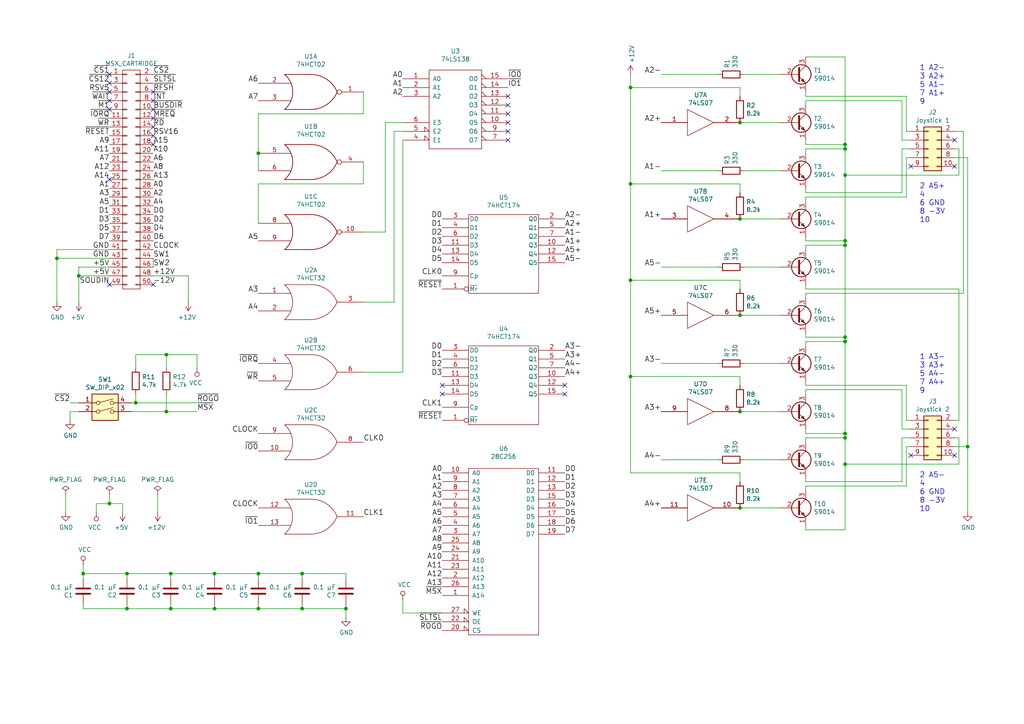
<source format=kicad_sch>
(kicad_sch (version 20231120) (generator "eeschema") (generator_version "8.0")
  (paper "A4")
  (title_block (title "Carte SVI-2017") (date "2024-07-23") (rev "1.1") (comment 1 "© 2017-2024 Patrick Lafarguette") (comment 2 "ROGO et PIO (ROM désactivable)") (comment 3 "Compatible MSX/MSX 2 (sélection de ROM)") (comment 4 "Interface pour Robotarm SVI 2000"))
  (lib_symbols
    (symbol "SVI2017:+12V" (power) (pin_names (offset 0))
      (property "Value" "+12V" (at 0 3.556 0))
      (symbol "+12V_1_1"
        (pin power_in line (at 0 0 90) (length 0) hide (name "+12V") (number "1"))
      )
    )
    (symbol "SVI2017:+5V" (power) (pin_names (offset 0))
      (property "Value" "+5V" (at 0 3.556 0))
      (symbol "+5V_1_1"
        (pin power_in line (at 0 0 90) (length 0) hide (name "+5V") (number "1"))
      )
    )
    (symbol "SVI2017:28C256" (pin_names (offset 1.016))
      (property "Reference" "U" (at 5.08 25.4 0))
      (property "Value" "28C256" (at 7.62 -25.4 0))
      (symbol "28C256_0_0"
        (pin power_in line (at 0 -25.4 90) (length 1.27) hide (name "GND") (number "14"))
        (pin power_in line (at 0 25.4 270) (length 1.27) hide (name "VCC") (number "28"))
      )
      (symbol "28C256_1_1"
        (pin input line (at -17.78 -12.7 0) (length 7.62) (name "A14") (number "1"))
        (pin input line (at -17.78 22.86 0) (length 7.62) (name "A0") (number "10"))
        (pin tri_state line (at 17.78 22.86 180) (length 7.62) (name "D0") (number "11"))
        (pin tri_state line (at 17.78 20.32 180) (length 7.62) (name "D1") (number "12"))
        (pin tri_state line (at 17.78 17.78 180) (length 7.62) (name "D2") (number "13"))
        (pin tri_state line (at 17.78 15.24 180) (length 7.62) (name "D3") (number "15"))
        (pin tri_state line (at 17.78 12.7 180) (length 7.62) (name "D4") (number "16"))
        (pin tri_state line (at 17.78 10.16 180) (length 7.62) (name "D5") (number "17"))
        (pin tri_state line (at 17.78 7.62 180) (length 7.62) (name "D6") (number "18"))
        (pin tri_state line (at 17.78 5.08 180) (length 7.62) (name "D7") (number "19"))
        (pin input line (at -17.78 -7.62 0) (length 7.62) (name "A12") (number "2"))
        (pin input input_low (at -17.78 -22.86 0) (length 7.62) (name "CS") (number "20"))
        (pin input line (at -17.78 -2.54 0) (length 7.62) (name "A10") (number "21"))
        (pin input input_low (at -17.78 -20.32 0) (length 7.62) (name "OE") (number "22"))
        (pin input line (at -17.78 -5.08 0) (length 7.62) (name "A11") (number "23"))
        (pin input line (at -17.78 0 0) (length 7.62) (name "A9") (number "24"))
        (pin input line (at -17.78 2.54 0) (length 7.62) (name "A8") (number "25"))
        (pin input line (at -17.78 -10.16 0) (length 7.62) (name "A13") (number "26"))
        (pin input input_low (at -17.78 -17.78 0) (length 7.62) (name "WE") (number "27"))
        (pin input line (at -17.78 5.08 0) (length 7.62) (name "A7") (number "3"))
        (pin input line (at -17.78 7.62 0) (length 7.62) (name "A6") (number "4"))
        (pin input line (at -17.78 10.16 0) (length 7.62) (name "A5") (number "5"))
        (pin input line (at -17.78 12.7 0) (length 7.62) (name "A4") (number "6"))
        (pin input line (at -17.78 15.24 0) (length 7.62) (name "A3") (number "7"))
        (pin input line (at -17.78 17.78 0) (length 7.62) (name "A2") (number "8"))
        (pin input line (at -17.78 20.32 0) (length 7.62) (name "A1") (number "9"))
      )
    )
    (symbol "SVI2017:74HCT02" (pin_names (offset 0.762))
      (property "Reference" "U" (at 0 1.27 0))
      (property "Value" "74HCT02" (at 1.27 -1.27 0))
      (symbol "74HCT02_0_0"
        (pin power_in line (at -5.08 5.08 270) (length 0) hide (name "VCC") (number "14"))
        (pin power_in line (at -5.08 -5.08 90) (length 0) hide (name "GND") (number "7"))
      )
      (symbol "74HCT02_1_1"
        (pin output inverted (at 15.24 0 180) (length 7.62) (name "~") (number "1"))
        (pin input line (at -15.24 2.54 0) (length 9.398) (name "~") (number "2"))
        (pin input line (at -15.24 -2.54 0) (length 9.398) (name "~") (number "3"))
      )
      (symbol "74HCT02_1_2"
        (pin output line (at 15.24 0 180) (length 7.62) (name "~") (number "1"))
        (pin input inverted (at -15.24 2.54 0) (length 7.62) (name "~") (number "2"))
        (pin input inverted (at -15.24 -2.54 0) (length 7.62) (name "~") (number "3"))
      )
      (symbol "74HCT02_2_1"
        (pin output inverted (at 15.24 0 180) (length 7.62) (name "~") (number "4"))
        (pin input line (at -15.24 2.54 0) (length 9.398) (name "~") (number "5"))
        (pin input line (at -15.24 -2.54 0) (length 9.398) (name "~") (number "6"))
      )
      (symbol "74HCT02_2_2"
        (pin output line (at 15.24 0 180) (length 7.62) (name "~") (number "4"))
        (pin input inverted (at -15.24 2.54 0) (length 7.62) (name "~") (number "5"))
        (pin input inverted (at -15.24 -2.54 0) (length 7.62) (name "~") (number "6"))
      )
      (symbol "74HCT02_3_1"
        (pin output inverted (at 15.24 0 180) (length 7.62) (name "~") (number "10"))
        (pin input line (at -15.24 2.54 0) (length 9.398) (name "~") (number "8"))
        (pin input line (at -15.24 -2.54 0) (length 9.398) (name "~") (number "9"))
      )
      (symbol "74HCT02_3_2"
        (pin output line (at 15.24 0 180) (length 7.62) (name "~") (number "10"))
        (pin input inverted (at -15.24 2.54 0) (length 7.62) (name "~") (number "8"))
        (pin input inverted (at -15.24 -2.54 0) (length 7.62) (name "~") (number "9"))
      )
      (symbol "74HCT02_4_1"
        (pin input line (at -15.24 2.54 0) (length 9.398) (name "~") (number "11"))
        (pin input line (at -15.24 -2.54 0) (length 9.398) (name "~") (number "12"))
        (pin output inverted (at 15.24 0 180) (length 7.62) (name "~") (number "13"))
      )
      (symbol "74HCT02_4_2"
        (pin input inverted (at -15.24 2.54 0) (length 7.62) (name "~") (number "11"))
        (pin input inverted (at -15.24 -2.54 0) (length 7.62) (name "~") (number "12"))
        (pin output line (at 15.24 0 180) (length 7.62) (name "~") (number "13"))
      )
    )
    (symbol "SVI2017:74HCT174" (pin_names (offset 0.254))
      (property "Reference" "U" (at 0 1.27 0))
      (property "Value" "74HCT174" (at 0 -3.81 0))
      (symbol "74HCT174_0_0"
        (pin power_in line (at 0 11.43 270) (length 0) hide (name "VCC") (number "16"))
        (pin power_in line (at 0 -11.43 90) (length 0) hide (name "GND") (number "8"))
      )
      (symbol "74HCT174_1_1"
        (pin input inverted (at -17.78 -10.16 0) (length 7.62) (name "~{Mr}") (number "1"))
        (pin output line (at 17.78 2.54 180) (length 7.62) (name "Q3") (number "10"))
        (pin input line (at -17.78 2.54 0) (length 7.62) (name "D3") (number "11"))
        (pin output line (at 17.78 0 180) (length 7.62) (name "Q4") (number "12"))
        (pin input line (at -17.78 0 0) (length 7.62) (name "D4") (number "13"))
        (pin input line (at -17.78 -2.54 0) (length 7.62) (name "D5") (number "14"))
        (pin output line (at 17.78 -2.54 180) (length 7.62) (name "Q5") (number "15"))
        (pin output line (at 17.78 10.16 180) (length 7.62) (name "Q0") (number "2"))
        (pin input line (at -17.78 10.16 0) (length 7.62) (name "D0") (number "3"))
        (pin input line (at -17.78 7.62 0) (length 7.62) (name "D1") (number "4"))
        (pin output line (at 17.78 7.62 180) (length 7.62) (name "Q1") (number "5"))
        (pin input line (at -17.78 5.08 0) (length 7.62) (name "D2") (number "6"))
        (pin output line (at 17.78 5.08 180) (length 7.62) (name "Q2") (number "7"))
        (pin input line (at -17.78 -6.35 0) (length 7.62) (name "Cp") (number "9"))
      )
    )
    (symbol "SVI2017:74HCT32" (pin_names (offset 0.762))
      (property "Reference" "U" (at 0 1.27 0))
      (property "Value" "74HCT32" (at 0 -1.27 0))
      (symbol "74HCT32_0_0"
        (pin power_in line (at -5.08 5.08 90) (length 0) hide (name "VCC") (number "14"))
        (pin power_in line (at -5.08 -5.08 90) (length 0) hide (name "GND") (number "7"))
      )
      (symbol "74HCT32_1_1"
        (pin input line (at -15.24 2.54 0) (length 9.398) (name "~") (number "1"))
        (pin input line (at -15.24 -2.54 0) (length 9.398) (name "~") (number "2"))
        (pin output line (at 15.24 0 180) (length 7.62) (name "~") (number "3"))
      )
      (symbol "74HCT32_2_1"
        (pin input line (at -15.24 2.54 0) (length 9.398) (name "~") (number "4"))
        (pin input line (at -15.24 -2.54 0) (length 9.398) (name "~") (number "5"))
        (pin output line (at 15.24 0 180) (length 7.62) (name "~") (number "6"))
      )
      (symbol "74HCT32_3_1"
        (pin input line (at -15.24 -2.54 0) (length 9.398) (name "~") (number "10"))
        (pin output line (at 15.24 0 180) (length 7.62) (name "~") (number "8"))
        (pin input line (at -15.24 2.54 0) (length 9.398) (name "~") (number "9"))
      )
      (symbol "74HCT32_4_1"
        (pin output line (at 15.24 0 180) (length 7.62) (name "~") (number "11"))
        (pin input line (at -15.24 2.54 0) (length 9.398) (name "~") (number "12"))
        (pin input line (at -15.24 -2.54 0) (length 9.398) (name "~") (number "13"))
      )
    )
    (symbol "SVI2017:74LS07" (pin_names (offset 0.762))
      (property "Reference" "U" (at 4.953 2.921 0))
      (property "Value" "74LS07" (at 4.826 -3.175 0))
      (symbol "74LS07_0_0"
        (pin power_in line (at -1.27 2.54 90) (length 0) hide (name "VCC") (number "14"))
        (pin power_in line (at -1.27 -2.54 90) (length 0) hide (name "GND") (number "7"))
      )
      (symbol "74LS07_1_1"
        (pin input line (at -11.43 0 0) (length 7.62) (name "~") (number "1"))
        (pin open_collector line (at 11.43 0 180) (length 7.62) (name "~") (number "2"))
      )
      (symbol "74LS07_2_1"
        (pin input line (at -11.43 0 0) (length 7.62) (name "~") (number "3"))
        (pin open_collector line (at 11.43 0 180) (length 7.62) (name "~") (number "4"))
      )
      (symbol "74LS07_3_1"
        (pin input line (at -11.43 0 0) (length 7.62) (name "~") (number "5"))
        (pin open_collector line (at 11.43 0 180) (length 7.62) (name "~") (number "6"))
      )
      (symbol "74LS07_4_1"
        (pin open_collector line (at 11.43 0 180) (length 7.62) (name "~") (number "8"))
        (pin input line (at -11.43 0 0) (length 7.62) (name "~") (number "9"))
      )
      (symbol "74LS07_5_1"
        (pin open_collector line (at 11.43 0 180) (length 7.62) (name "~") (number "10"))
        (pin input line (at -11.43 0 0) (length 7.62) (name "~") (number "11"))
      )
      (symbol "74LS07_6_1"
        (pin open_collector line (at 11.43 0 180) (length 7.62) (name "~") (number "12"))
        (pin input line (at -11.43 0 0) (length 7.62) (name "~") (number "13"))
      )
    )
    (symbol "SVI2017:74LS138" (pin_names (offset 1.016))
      (property "Reference" "U" (at 2.54 12.7 0))
      (property "Value" "74LS138" (at 3.81 -13.9446 0))
      (symbol "74LS138_1_1"
        (pin input line (at -15.24 8.89 0) (length 7.62) (name "A0") (number "1"))
        (pin output output_low (at 15.24 -3.81 180) (length 7.62) (name "O5") (number "10"))
        (pin output output_low (at 15.24 -1.27 180) (length 7.62) (name "O4") (number "11"))
        (pin output output_low (at 15.24 1.27 180) (length 7.62) (name "O3") (number "12"))
        (pin output output_low (at 15.24 3.81 180) (length 7.62) (name "O2") (number "13"))
        (pin output output_low (at 15.24 6.35 180) (length 7.62) (name "O1") (number "14"))
        (pin output output_low (at 15.24 8.89 180) (length 7.62) (name "O0") (number "15"))
        (pin power_in line (at 0 11.43 270) (length 0) hide (name "VCC") (number "16"))
        (pin input line (at -15.24 6.35 0) (length 7.62) (name "A1") (number "2"))
        (pin input line (at -15.24 3.81 0) (length 7.62) (name "A2") (number "3"))
        (pin input input_low (at -15.24 -8.89 0) (length 7.62) (name "E1") (number "4"))
        (pin input input_low (at -15.24 -6.35 0) (length 7.62) (name "E2") (number "5"))
        (pin input line (at -15.24 -3.81 0) (length 7.62) (name "E3") (number "6"))
        (pin output output_low (at 15.24 -8.89 180) (length 7.62) (name "O7") (number "7"))
        (pin power_in line (at 0 -11.43 90) (length 0) hide (name "GND") (number "8"))
        (pin output output_low (at 15.24 -6.35 180) (length 7.62) (name "O6") (number "9"))
      )
    )
    (symbol "SVI2017:C" (pin_numbers hide) (pin_names (offset 0.254))
      (property "Reference" "C" (at 0.635 2.54 0))
      (property "Value" "C" (at 0.635 -2.54 0))
      (symbol "C_1_1"
        (pin passive line (at 0 3.81 270) (length 2.794) (name "~") (number "1"))
        (pin passive line (at 0 -3.81 90) (length 2.794) (name "~") (number "2"))
      )
    )
    (symbol "SVI2017:Conn_02x05_Odd_Even" (pin_names (offset 1.016) hide)
      (property "Reference" "J" (at 1.27 7.62 0))
      (property "Value" "Conn_02x05_Odd_Even" (at 1.27 -7.62 0))
      (symbol "Conn_02x05_Odd_Even_1_1"
        (pin passive line (at -5.08 5.08 0) (length 3.81) (name "Pin_1") (number "1"))
        (pin passive line (at 7.62 -5.08 180) (length 3.81) (name "Pin_10") (number "10"))
        (pin passive line (at 7.62 5.08 180) (length 3.81) (name "Pin_2") (number "2"))
        (pin passive line (at -5.08 2.54 0) (length 3.81) (name "Pin_3") (number "3"))
        (pin passive line (at 7.62 2.54 180) (length 3.81) (name "Pin_4") (number "4"))
        (pin passive line (at -5.08 0 0) (length 3.81) (name "Pin_5") (number "5"))
        (pin passive line (at 7.62 0 180) (length 3.81) (name "Pin_6") (number "6"))
        (pin passive line (at -5.08 -2.54 0) (length 3.81) (name "Pin_7") (number "7"))
        (pin passive line (at 7.62 -2.54 180) (length 3.81) (name "Pin_8") (number "8"))
        (pin passive line (at -5.08 -5.08 0) (length 3.81) (name "Pin_9") (number "9"))
      )
    )
    (symbol "SVI2017:GND" (power) (pin_names (offset 0))
      (property "Value" "GND" (at 0 -3.81 0))
      (symbol "GND_1_1"
        (pin power_in line (at 0 0 270) (length 0) hide (name "GND") (number "1"))
      )
    )
    (symbol "SVI2017:MSX_CARTRIDGE" (pin_names (offset 0.0254) hide)
      (property "Reference" "J" (at 0 33.02 0))
      (property "Value" "MSX_CARTRIDGE" (at 0 0 90))
      (symbol "MSX_CARTRIDGE_1_1"
        (pin passive line (at -6.35 30.48 0) (length 3.81) (name "P1") (number "1"))
        (pin passive line (at 6.35 20.32 180) (length 3.81) (name "P10") (number "10"))
        (pin passive line (at -6.35 17.78 0) (length 3.81) (name "P11") (number "11"))
        (pin passive line (at 6.35 17.78 180) (length 3.81) (name "P12") (number "12"))
        (pin passive line (at -6.35 15.24 0) (length 3.81) (name "P13") (number "13"))
        (pin passive line (at 6.35 15.24 180) (length 3.81) (name "P14") (number "14"))
        (pin passive line (at -6.35 12.7 0) (length 3.81) (name "P15") (number "15"))
        (pin passive line (at 6.35 12.7 180) (length 3.81) (name "P16") (number "16"))
        (pin passive line (at -6.35 10.16 0) (length 3.81) (name "P17") (number "17"))
        (pin passive line (at 6.35 10.16 180) (length 3.81) (name "P18") (number "18"))
        (pin passive line (at -6.35 7.62 0) (length 3.81) (name "P19") (number "19"))
        (pin passive line (at 6.35 30.48 180) (length 3.81) (name "P2") (number "2"))
        (pin passive line (at 6.35 7.62 180) (length 3.81) (name "P20") (number "20"))
        (pin passive line (at -6.35 5.08 0) (length 3.81) (name "P21") (number "21"))
        (pin passive line (at 6.35 5.08 180) (length 3.81) (name "P22") (number "22"))
        (pin passive line (at -6.35 2.54 0) (length 3.81) (name "P23") (number "23"))
        (pin passive line (at 6.35 2.54 180) (length 3.81) (name "P24") (number "24"))
        (pin passive line (at -6.35 0 0) (length 3.81) (name "P25") (number "25"))
        (pin passive line (at 6.35 0 180) (length 3.81) (name "P26") (number "26"))
        (pin passive line (at -6.35 -2.54 0) (length 3.81) (name "P27") (number "27"))
        (pin passive line (at 6.35 -2.54 180) (length 3.81) (name "P28") (number "28"))
        (pin passive line (at -6.35 -5.08 0) (length 3.81) (name "P29") (number "29"))
        (pin passive line (at -6.35 27.94 0) (length 3.81) (name "P3") (number "3"))
        (pin passive line (at 6.35 -5.08 180) (length 3.81) (name "P30") (number "30"))
        (pin passive line (at -6.35 -7.62 0) (length 3.81) (name "P31") (number "31"))
        (pin passive line (at 6.35 -7.62 180) (length 3.81) (name "P32") (number "32"))
        (pin passive line (at -6.35 -10.16 0) (length 3.81) (name "P33") (number "33"))
        (pin passive line (at 6.35 -10.16 180) (length 3.81) (name "P34") (number "34"))
        (pin passive line (at -6.35 -12.7 0) (length 3.81) (name "P35") (number "35"))
        (pin passive line (at 6.35 -12.7 180) (length 3.81) (name "P36") (number "36"))
        (pin passive line (at -6.35 -15.24 0) (length 3.81) (name "P37") (number "37"))
        (pin passive line (at 6.35 -15.24 180) (length 3.81) (name "P38") (number "38"))
        (pin passive line (at -6.35 -17.78 0) (length 3.81) (name "P39") (number "39"))
        (pin passive line (at 6.35 27.94 180) (length 3.81) (name "P4") (number "4"))
        (pin passive line (at 6.35 -17.78 180) (length 3.81) (name "P40") (number "40"))
        (pin passive line (at -6.35 -20.32 0) (length 3.81) (name "P41") (number "41"))
        (pin passive line (at 6.35 -20.32 180) (length 3.81) (name "P42") (number "42"))
        (pin passive line (at -6.35 -22.86 0) (length 3.81) (name "P43") (number "43"))
        (pin passive line (at 6.35 -22.86 180) (length 3.81) (name "P44") (number "44"))
        (pin passive line (at -6.35 -25.4 0) (length 3.81) (name "P45") (number "45"))
        (pin passive line (at 6.35 -25.4 180) (length 3.81) (name "P46") (number "46"))
        (pin passive line (at -6.35 -27.94 0) (length 3.81) (name "P47") (number "47"))
        (pin passive line (at 6.35 -27.94 180) (length 3.81) (name "P48") (number "48"))
        (pin passive line (at -6.35 -30.48 0) (length 3.81) (name "P49") (number "49"))
        (pin passive line (at -6.35 25.4 0) (length 3.81) (name "P5") (number "5"))
        (pin passive line (at 6.35 -30.48 180) (length 3.81) (name "P50") (number "50"))
        (pin passive line (at 6.35 25.4 180) (length 3.81) (name "P6") (number "6"))
        (pin passive line (at -6.35 22.86 0) (length 3.81) (name "P7") (number "7"))
        (pin passive line (at 6.35 22.86 180) (length 3.81) (name "P8") (number "8"))
        (pin passive line (at -6.35 20.32 0) (length 3.81) (name "P9") (number "9"))
      )
    )
    (symbol "SVI2017:PWR_FLAG" (power) (pin_numbers hide) (pin_names (offset 0) hide)
      (property "Value" "PWR_FLAG" (at 0 3.81 0))
      (symbol "PWR_FLAG_0_0"
        (pin power_out line (at 0 0 90) (length 0) (name "pwr") (number "1"))
      )
    )
    (symbol "SVI2017:Q_NPN_EBC" (pin_names (offset 0) hide)
      (property "Reference" "Q" (at 5.08 1.27 0))
      (property "Value" "Q_NPN_EBC" (at 5.08 -1.27 0))
      (symbol "Q_NPN_EBC_1_1"
        (pin passive line (at 2.54 -5.08 90) (length 2.54) (name "E") (number "1"))
        (pin passive line (at -5.08 0 0) (length 5.715) (name "B") (number "2"))
        (pin passive line (at 2.54 5.08 270) (length 2.54) (name "C") (number "3"))
      )
    )
    (symbol "SVI2017:R" (pin_numbers hide) (pin_names (offset 0))
      (property "Reference" "R" (at 2.032 0 90))
      (property "Value" "R" (at 0 0 90))
      (symbol "R_1_1"
        (pin passive line (at 0 3.81 270) (length 1.27) (name "~") (number "1"))
        (pin passive line (at 0 -3.81 90) (length 1.27) (name "~") (number "2"))
      )
    )
    (symbol "SVI2017:SW_DIP_x02" (pin_names (offset 0) hide)
      (property "Reference" "SW" (at 0 6.35 0))
      (property "Value" "SW_DIP_x02" (at 0 -3.81 0))
      (symbol "SW_DIP_x02_1_1"
        (pin passive line (at -7.62 2.54 0) (length 5.08) (name "~") (number "1"))
        (pin passive line (at -7.62 0 0) (length 5.08) (name "~") (number "2"))
        (pin passive line (at 7.62 0 180) (length 5.08) (name "~") (number "3"))
        (pin passive line (at 7.62 2.54 180) (length 5.08) (name "~") (number "4"))
      )
    )
    (symbol "SVI2017:VCC" (power) (pin_names (offset 0))
      (property "Value" "VCC" (at 0 3.81 0))
      (symbol "VCC_1_1"
        (pin power_in line (at 0 0 90) (length 0) hide (name "VCC") (number "1"))
      )
    )
  )
  (junction (at 245.11 134.62))
  (junction (at 245.11 50.8))
  (junction (at 214.63 119.38))
  (junction (at 214.63 35.56))
  (junction (at 280.67 129.54))
  (junction (at 62.23 176.53))
  (junction (at 182.88 53.34))
  (junction (at 245.11 69.85))
  (junction (at 62.23 166.37))
  (junction (at 245.11 41.91))
  (junction (at 214.63 91.44))
  (junction (at 49.53 176.53))
  (junction (at 245.11 127))
  (junction (at 87.63 176.53))
  (junction (at 36.83 166.37))
  (junction (at 48.26 119.38))
  (junction (at 16.51 74.93))
  (junction (at 74.93 166.37))
  (junction (at 214.63 147.32))
  (junction (at 245.11 99.06))
  (junction (at 39.37 116.84))
  (junction (at 245.11 43.18))
  (junction (at 74.93 176.53))
  (junction (at 245.11 97.79))
  (junction (at 36.83 176.53))
  (junction (at 22.86 80.01))
  (junction (at 182.88 81.28))
  (junction (at 87.63 166.37))
  (junction (at 49.53 166.37))
  (junction (at 245.11 125.73))
  (junction (at 245.11 71.12))
  (junction (at 31.75 146.05))
  (junction (at 182.88 25.4))
  (junction (at 182.88 109.22))
  (junction (at 48.26 102.87))
  (junction (at 24.13 166.37))
  (junction (at 100.33 176.53))
  (junction (at 214.63 63.5))
  (junction (at 74.93 44.45))
  (no_connect (at 44.45 29.21))
  (no_connect (at 147.32 27.94))
  (no_connect (at 44.45 41.91))
  (no_connect (at 147.32 38.1))
  (no_connect (at 147.32 40.64))
  (no_connect (at 31.75 29.21))
  (no_connect (at 44.45 82.55))
  (no_connect (at 31.75 24.13))
  (no_connect (at 264.16 132.08))
  (no_connect (at 147.32 30.48))
  (no_connect (at 44.45 36.83))
  (no_connect (at 276.86 48.26))
  (no_connect (at 31.75 31.75))
  (no_connect (at 31.75 26.67))
  (no_connect (at 44.45 39.37))
  (no_connect (at 276.86 124.46))
  (no_connect (at 44.45 26.67))
  (no_connect (at 163.83 111.76))
  (no_connect (at 147.32 33.02))
  (no_connect (at 31.75 21.59))
  (no_connect (at 163.83 114.3))
  (no_connect (at 31.75 82.55))
  (no_connect (at 128.27 114.3))
  (no_connect (at 264.16 48.26))
  (no_connect (at 44.45 34.29))
  (no_connect (at 147.32 35.56))
  (no_connect (at 276.86 40.64))
  (no_connect (at 44.45 31.75))
  (no_connect (at 128.27 111.76))
  (no_connect (at 276.86 132.08))
  (no_connect (at 31.75 52.07))
  (wire (pts (xy 233.68 82.55) (xy 233.68 83.82)))
  (wire (pts (xy 245.11 125.73) (xy 245.11 127)))
  (wire (pts (xy 105.41 46.99) (xy 105.41 53.34)))
  (wire (pts (xy 214.63 53.34) (xy 214.63 55.88)))
  (wire (pts (xy 245.11 97.79) (xy 245.11 99.06)))
  (wire (pts (xy 114.3 38.1) (xy 114.3 87.63)))
  (wire (pts (xy 262.89 111.76) (xy 262.89 121.92)))
  (wire (pts (xy 214.63 109.22) (xy 214.63 111.76)))
  (wire (pts (xy 16.51 74.93) (xy 31.75 74.93)))
  (wire (pts (xy 262.89 129.54) (xy 262.89 140.97)))
  (wire (pts (xy 233.68 69.85) (xy 233.68 68.58)))
  (wire (pts (xy 114.3 87.63) (xy 105.41 87.63)))
  (wire (pts (xy 245.11 16.51) (xy 245.11 41.91)))
  (wire (pts (xy 208.28 21.59) (xy 191.77 21.59)))
  (wire (pts (xy 105.41 33.02) (xy 74.93 33.02)))
  (wire (pts (xy 278.13 83.82) (xy 278.13 121.92)))
  (wire (pts (xy 215.9 133.35) (xy 226.06 133.35)))
  (wire (pts (xy 24.13 163.83) (xy 24.13 166.37)))
  (wire (pts (xy 48.26 102.87) (xy 57.15 102.87)))
  (wire (pts (xy 278.13 43.18) (xy 278.13 50.8)))
  (wire (pts (xy 233.68 128.27) (xy 233.68 127)))
  (wire (pts (xy 22.86 77.47) (xy 31.75 77.47)))
  (wire (pts (xy 226.06 63.5) (xy 214.63 63.5)))
  (wire (pts (xy 233.68 57.15) (xy 262.89 57.15)))
  (wire (pts (xy 233.68 125.73) (xy 233.68 124.46)))
  (wire (pts (xy 36.83 166.37) (xy 24.13 166.37)))
  (wire (pts (xy 22.86 77.47) (xy 22.86 80.01)))
  (wire (pts (xy 20.32 119.38) (xy 20.32 121.92)))
  (wire (pts (xy 214.63 137.16) (xy 214.63 139.7)))
  (wire (pts (xy 233.68 99.06) (xy 245.11 99.06)))
  (wire (pts (xy 264.16 43.18) (xy 261.62 43.18)))
  (wire (pts (xy 100.33 166.37) (xy 100.33 167.64)))
  (wire (pts (xy 39.37 102.87) (xy 48.26 102.87)))
  (wire (pts (xy 226.06 35.56) (xy 214.63 35.56)))
  (wire (pts (xy 182.88 109.22) (xy 182.88 137.16)))
  (wire (pts (xy 264.16 129.54) (xy 262.89 129.54)))
  (wire (pts (xy 74.93 166.37) (xy 74.93 167.64)))
  (wire (pts (xy 276.86 127) (xy 278.13 127)))
  (wire (pts (xy 278.13 121.92) (xy 276.86 121.92)))
  (wire (pts (xy 245.11 69.85) (xy 245.11 71.12)))
  (wire (pts (xy 24.13 176.53) (xy 36.83 176.53)))
  (wire (pts (xy 226.06 147.32) (xy 214.63 147.32)))
  (wire (pts (xy 182.88 25.4) (xy 214.63 25.4)))
  (wire (pts (xy 261.62 127) (xy 264.16 127)))
  (wire (pts (xy 245.11 41.91) (xy 245.11 43.18)))
  (wire (pts (xy 233.68 153.67) (xy 233.68 152.4)))
  (wire (pts (xy 24.13 166.37) (xy 24.13 167.64)))
  (wire (pts (xy 45.72 143.51) (xy 45.72 148.59)))
  (wire (pts (xy 233.68 138.43) (xy 233.68 139.7)))
  (wire (pts (xy 262.89 27.94) (xy 233.68 27.94)))
  (wire (pts (xy 182.88 81.28) (xy 182.88 109.22)))
  (wire (pts (xy 48.26 119.38) (xy 57.15 119.38)))
  (wire (pts (xy 27.94 148.59) (xy 27.94 146.05)))
  (wire (pts (xy 48.26 106.68) (xy 48.26 102.87)))
  (wire (pts (xy 39.37 116.84) (xy 57.15 116.84)))
  (wire (pts (xy 233.68 142.24) (xy 233.68 140.97)))
  (wire (pts (xy 62.23 166.37) (xy 74.93 166.37)))
  (wire (pts (xy 233.68 30.48) (xy 233.68 29.21)))
  (wire (pts (xy 233.68 16.51) (xy 245.11 16.51)))
  (wire (pts (xy 233.68 86.36) (xy 233.68 85.09)))
  (wire (pts (xy 49.53 166.37) (xy 62.23 166.37)))
  (wire (pts (xy 16.51 72.39) (xy 16.51 74.93)))
  (wire (pts (xy 233.68 55.88) (xy 261.62 55.88)))
  (wire (pts (xy 280.67 129.54) (xy 280.67 148.59)))
  (wire (pts (xy 208.28 133.35) (xy 191.77 133.35)))
  (wire (pts (xy 233.68 111.76) (xy 262.89 111.76)))
  (wire (pts (xy 233.68 139.7) (xy 261.62 139.7)))
  (wire (pts (xy 276.86 38.1) (xy 279.4 38.1)))
  (wire (pts (xy 48.26 114.3) (xy 48.26 119.38)))
  (wire (pts (xy 38.1 119.38) (xy 48.26 119.38)))
  (wire (pts (xy 36.83 176.53) (xy 36.83 175.26)))
  (wire (pts (xy 262.89 45.72) (xy 264.16 45.72)))
  (wire (pts (xy 62.23 176.53) (xy 62.23 175.26)))
  (wire (pts (xy 261.62 113.03) (xy 261.62 124.46)))
  (wire (pts (xy 279.4 38.1) (xy 279.4 85.09)))
  (wire (pts (xy 74.93 176.53) (xy 87.63 176.53)))
  (wire (pts (xy 128.27 177.8) (xy 116.84 177.8)))
  (wire (pts (xy 182.88 53.34) (xy 182.88 81.28)))
  (wire (pts (xy 226.06 91.44) (xy 214.63 91.44)))
  (wire (pts (xy 38.1 116.84) (xy 39.37 116.84)))
  (wire (pts (xy 16.51 74.93) (xy 16.51 87.63)))
  (wire (pts (xy 22.86 80.01) (xy 31.75 80.01)))
  (wire (pts (xy 87.63 166.37) (xy 74.93 166.37)))
  (wire (pts (xy 105.41 67.31) (xy 111.76 67.31)))
  (wire (pts (xy 208.28 77.47) (xy 191.77 77.47)))
  (wire (pts (xy 57.15 102.87) (xy 57.15 106.68)))
  (wire (pts (xy 182.88 21.59) (xy 182.88 25.4)))
  (wire (pts (xy 261.62 40.64) (xy 264.16 40.64)))
  (wire (pts (xy 49.53 176.53) (xy 49.53 175.26)))
  (wire (pts (xy 233.68 83.82) (xy 278.13 83.82)))
  (wire (pts (xy 261.62 43.18) (xy 261.62 55.88)))
  (wire (pts (xy 100.33 166.37) (xy 87.63 166.37)))
  (wire (pts (xy 74.93 33.02) (xy 74.93 44.45)))
  (wire (pts (xy 22.86 119.38) (xy 20.32 119.38)))
  (wire (pts (xy 87.63 176.53) (xy 100.33 176.53)))
  (wire (pts (xy 214.63 81.28) (xy 214.63 83.82)))
  (wire (pts (xy 245.11 69.85) (xy 233.68 69.85)))
  (wire (pts (xy 39.37 102.87) (xy 39.37 106.68)))
  (wire (pts (xy 116.84 177.8) (xy 116.84 173.99)))
  (wire (pts (xy 233.68 41.91) (xy 233.68 40.64)))
  (wire (pts (xy 31.75 146.05) (xy 35.56 146.05)))
  (wire (pts (xy 261.62 29.21) (xy 233.68 29.21)))
  (wire (pts (xy 215.9 77.47) (xy 226.06 77.47)))
  (wire (pts (xy 276.86 43.18) (xy 278.13 43.18)))
  (wire (pts (xy 214.63 25.4) (xy 214.63 27.94)))
  (wire (pts (xy 19.05 143.51) (xy 19.05 148.59)))
  (wire (pts (xy 27.94 146.05) (xy 31.75 146.05)))
  (wire (pts (xy 245.11 43.18) (xy 245.11 50.8)))
  (wire (pts (xy 208.28 49.53) (xy 191.77 49.53)))
  (wire (pts (xy 24.13 175.26) (xy 24.13 176.53)))
  (wire (pts (xy 49.53 166.37) (xy 36.83 166.37)))
  (wire (pts (xy 233.68 43.18) (xy 245.11 43.18)))
  (wire (pts (xy 54.61 80.01) (xy 44.45 80.01)))
  (wire (pts (xy 233.68 58.42) (xy 233.68 57.15)))
  (wire (pts (xy 49.53 166.37) (xy 49.53 167.64)))
  (wire (pts (xy 278.13 127) (xy 278.13 134.62)))
  (wire (pts (xy 245.11 125.73) (xy 233.68 125.73)))
  (wire (pts (xy 233.68 114.3) (xy 233.68 113.03)))
  (wire (pts (xy 182.88 25.4) (xy 182.88 53.34)))
  (wire (pts (xy 245.11 97.79) (xy 233.68 97.79)))
  (wire (pts (xy 276.86 129.54) (xy 280.67 129.54)))
  (wire (pts (xy 233.68 44.45) (xy 233.68 43.18)))
  (wire (pts (xy 105.41 26.67) (xy 105.41 33.02)))
  (wire (pts (xy 215.9 105.41) (xy 226.06 105.41)))
  (wire (pts (xy 105.41 107.95) (xy 116.84 107.95)))
  (wire (pts (xy 111.76 67.31) (xy 111.76 35.56)))
  (wire (pts (xy 62.23 176.53) (xy 74.93 176.53)))
  (wire (pts (xy 116.84 38.1) (xy 114.3 38.1)))
  (wire (pts (xy 111.76 35.56) (xy 116.84 35.56)))
  (wire (pts (xy 245.11 99.06) (xy 245.11 125.73)))
  (wire (pts (xy 226.06 119.38) (xy 214.63 119.38)))
  (wire (pts (xy 278.13 50.8) (xy 245.11 50.8)))
  (wire (pts (xy 261.62 124.46) (xy 264.16 124.46)))
  (wire (pts (xy 182.88 137.16) (xy 214.63 137.16)))
  (wire (pts (xy 208.28 105.41) (xy 191.77 105.41)))
  (wire (pts (xy 262.89 140.97) (xy 233.68 140.97)))
  (wire (pts (xy 245.11 71.12) (xy 245.11 97.79)))
  (wire (pts (xy 22.86 80.01) (xy 22.86 87.63)))
  (wire (pts (xy 233.68 100.33) (xy 233.68 99.06)))
  (wire (pts (xy 262.89 38.1) (xy 262.89 27.94)))
  (wire (pts (xy 36.83 166.37) (xy 36.83 167.64)))
  (wire (pts (xy 87.63 166.37) (xy 87.63 167.64)))
  (wire (pts (xy 54.61 87.63) (xy 54.61 80.01)))
  (wire (pts (xy 62.23 166.37) (xy 62.23 167.64)))
  (wire (pts (xy 233.68 97.79) (xy 233.68 96.52)))
  (wire (pts (xy 245.11 127) (xy 245.11 134.62)))
  (wire (pts (xy 182.88 53.34) (xy 214.63 53.34)))
  (wire (pts (xy 74.93 44.45) (xy 74.93 49.53)))
  (wire (pts (xy 35.56 146.05) (xy 35.56 148.59)))
  (wire (pts (xy 74.93 176.53) (xy 74.93 175.26)))
  (wire (pts (xy 100.33 176.53) (xy 100.33 179.07)))
  (wire (pts (xy 116.84 107.95) (xy 116.84 40.64)))
  (wire (pts (xy 262.89 57.15) (xy 262.89 45.72)))
  (wire (pts (xy 280.67 45.72) (xy 280.67 129.54)))
  (wire (pts (xy 215.9 49.53) (xy 226.06 49.53)))
  (wire (pts (xy 233.68 85.09) (xy 279.4 85.09)))
  (wire (pts (xy 264.16 38.1) (xy 262.89 38.1)))
  (wire (pts (xy 245.11 153.67) (xy 233.68 153.67)))
  (wire (pts (xy 49.53 176.53) (xy 62.23 176.53)))
  (wire (pts (xy 39.37 114.3) (xy 39.37 116.84)))
  (wire (pts (xy 245.11 134.62) (xy 245.11 153.67)))
  (wire (pts (xy 105.41 53.34) (xy 74.93 53.34)))
  (wire (pts (xy 276.86 45.72) (xy 280.67 45.72)))
  (wire (pts (xy 262.89 121.92) (xy 264.16 121.92)))
  (wire (pts (xy 36.83 176.53) (xy 49.53 176.53)))
  (wire (pts (xy 16.51 72.39) (xy 31.75 72.39)))
  (wire (pts (xy 233.68 26.67) (xy 233.68 27.94)))
  (wire (pts (xy 31.75 143.51) (xy 31.75 146.05)))
  (wire (pts (xy 182.88 109.22) (xy 214.63 109.22)))
  (wire (pts (xy 233.68 71.12) (xy 245.11 71.12)))
  (wire (pts (xy 261.62 139.7) (xy 261.62 127)))
  (wire (pts (xy 215.9 21.59) (xy 226.06 21.59)))
  (wire (pts (xy 44.45 77.47) (xy 44.45 74.93)))
  (wire (pts (xy 233.68 72.39) (xy 233.68 71.12)))
  (wire (pts (xy 100.33 175.26) (xy 100.33 176.53)))
  (wire (pts (xy 261.62 40.64) (xy 261.62 29.21)))
  (wire (pts (xy 233.68 127) (xy 245.11 127)))
  (wire (pts (xy 182.88 81.28) (xy 214.63 81.28)))
  (wire (pts (xy 74.93 53.34) (xy 74.93 64.77)))
  (wire (pts (xy 233.68 110.49) (xy 233.68 111.76)))
  (wire (pts (xy 233.68 113.03) (xy 261.62 113.03)))
  (wire (pts (xy 278.13 134.62) (xy 245.11 134.62)))
  (wire (pts (xy 233.68 54.61) (xy 233.68 55.88)))
  (wire (pts (xy 245.11 41.91) (xy 233.68 41.91)))
  (wire (pts (xy 22.86 116.84) (xy 20.32 116.84)))
  (wire (pts (xy 245.11 50.8) (xy 245.11 69.85)))
  (wire (pts (xy 87.63 176.53) (xy 87.63 175.26)))
  (text "2 A5-\n4\n6 GND\n8 -3V\n10" (at 266.7 148.59 0) (effects (font (size 1.524 1.524)) (justify left bottom)))
  (text "1 A2-\n3 A2+\n5 A1-\n7 A1+\n9" (at 266.7 30.48 0) (effects (font (size 1.524 1.524)) (justify left bottom)))
  (text "1 A3-\n3 A3+\n5 A4-\n7 A4+\n9" (at 266.7 114.3 0) (effects (font (size 1.524 1.524)) (justify left bottom)))
  (text "2 A5+\n4\n6 GND\n8 -3V\n10" (at 266.7 64.77 0) (effects (font (size 1.524 1.524)) (justify left bottom)))
  (label "CLK0" (at 105.41 128.27 0) (effects (font (size 1.524 1.524))))
  (label "+5V" (at 31.75 80.01 180) (effects (font (size 1.524 1.524))))
  (label "A5-" (at 191.77 77.47 180) (effects (font (size 1.524 1.524))))
  (label "A5" (at 74.93 69.85 180) (effects (font (size 1.524 1.524))))
  (label "-12V" (at 44.45 82.55 0) (effects (font (size 1.524 1.524))))
  (label "A7" (at 128.27 154.94 180) (effects (font (size 1.524 1.524))))
  (label "A5-" (at 163.83 76.2 0) (effects (font (size 1.524 1.524))))
  (label "A7" (at 74.93 29.21 180) (effects (font (size 1.524 1.524))))
  (label "~{RESET}" (at 31.75 39.37 180) (effects (font (size 1.524 1.524))))
  (label "D6" (at 163.83 152.4 0) (effects (font (size 1.524 1.524))))
  (label "A1-" (at 191.77 49.53 180) (effects (font (size 1.524 1.524))))
  (label "D7" (at 31.75 69.85 180) (effects (font (size 1.524 1.524))))
  (label "A3" (at 128.27 144.78 180) (effects (font (size 1.524 1.524))))
  (label "D5" (at 163.83 149.86 0) (effects (font (size 1.524 1.524))))
  (label "CLOCK" (at 74.93 147.32 180) (effects (font (size 1.524 1.524))))
  (label "A2+" (at 191.77 35.56 180) (effects (font (size 1.524 1.524))))
  (label "A6" (at 128.27 152.4 180) (effects (font (size 1.524 1.524))))
  (label "~{RESET}" (at 128.27 83.82 180) (effects (font (size 1.524 1.524))))
  (label "A1+" (at 163.83 71.12 0) (effects (font (size 1.524 1.524))))
  (label "~{SLTSL}" (at 44.45 24.13 0) (effects (font (size 1.524 1.524))))
  (label "A2+" (at 163.83 66.04 0) (effects (font (size 1.524 1.524))))
  (label "CLOCK" (at 74.93 125.73 180) (effects (font (size 1.524 1.524))))
  (label "CLK0" (at 128.27 80.01 180) (effects (font (size 1.524 1.524))))
  (label "A5" (at 128.27 149.86 180) (effects (font (size 1.524 1.524))))
  (label "A3-" (at 163.83 101.6 0) (effects (font (size 1.524 1.524))))
  (label "A13" (at 128.27 170.18 180) (effects (font (size 1.524 1.524))))
  (label "SOUDIN" (at 31.75 82.55 180) (effects (font (size 1.524 1.524))))
  (label "A9" (at 128.27 160.02 180) (effects (font (size 1.524 1.524))))
  (label "A7" (at 31.75 46.99 180) (effects (font (size 1.524 1.524))))
  (label "SW1" (at 44.45 74.93 0) (effects (font (size 1.524 1.524))))
  (label "A4" (at 128.27 147.32 180) (effects (font (size 1.524 1.524))))
  (label "A8" (at 44.45 49.53 0) (effects (font (size 1.524 1.524))))
  (label "~{IO0}" (at 147.32 22.86 0) (effects (font (size 1.524 1.524))))
  (label "+12V" (at 44.45 80.01 0) (effects (font (size 1.524 1.524))))
  (label "~{IORQ}" (at 74.93 105.41 180) (effects (font (size 1.524 1.524))))
  (label "A1" (at 116.84 25.4 180) (effects (font (size 1.524 1.524))))
  (label "A2-" (at 191.77 21.59 180) (effects (font (size 1.524 1.524))))
  (label "A12" (at 128.27 167.64 180) (effects (font (size 1.524 1.524))))
  (label "D4" (at 163.83 147.32 0) (effects (font (size 1.524 1.524))))
  (label "A2" (at 44.45 57.15 0) (effects (font (size 1.524 1.524))))
  (label "RSV5" (at 31.75 26.67 180) (effects (font (size 1.524 1.524))))
  (label "SW2" (at 44.45 77.47 0) (effects (font (size 1.524 1.524))))
  (label "A0" (at 44.45 54.61 0) (effects (font (size 1.524 1.524))))
  (label "A2" (at 128.27 142.24 180) (effects (font (size 1.524 1.524))))
  (label "~{WAIT}" (at 31.75 29.21 180) (effects (font (size 1.524 1.524))))
  (label "~{CS2}" (at 20.32 116.84 180) (effects (font (size 1.524 1.524))))
  (label "~{IO0}" (at 74.93 130.81 180) (effects (font (size 1.524 1.524))))
  (label "D1" (at 128.27 104.14 180) (effects (font (size 1.524 1.524))))
  (label "~{SLTSL}" (at 128.27 180.34 180) (effects (font (size 1.524 1.524))))
  (label "D4" (at 44.45 67.31 0) (effects (font (size 1.524 1.524))))
  (label "D1" (at 31.75 62.23 180) (effects (font (size 1.524 1.524))))
  (label "A0" (at 116.84 22.86 180) (effects (font (size 1.524 1.524))))
  (label "~{CS12}" (at 31.75 24.13 180) (effects (font (size 1.524 1.524))))
  (label "~{RD}" (at 44.45 36.83 0) (effects (font (size 1.524 1.524))))
  (label "D2" (at 128.27 106.68 180) (effects (font (size 1.524 1.524))))
  (label "A4+" (at 163.83 109.22 0) (effects (font (size 1.524 1.524))))
  (label "A10" (at 44.45 44.45 0) (effects (font (size 1.524 1.524))))
  (label "D3" (at 163.83 144.78 0) (effects (font (size 1.524 1.524))))
  (label "A4+" (at 191.77 147.32 180) (effects (font (size 1.524 1.524))))
  (label "D7" (at 163.83 154.94 0) (effects (font (size 1.524 1.524))))
  (label "A11" (at 31.75 44.45 180) (effects (font (size 1.524 1.524))))
  (label "D0" (at 128.27 101.6 180) (effects (font (size 1.524 1.524))))
  (label "A6" (at 44.45 46.99 0) (effects (font (size 1.524 1.524))))
  (label "D2" (at 163.83 142.24 0) (effects (font (size 1.524 1.524))))
  (label "D3" (at 128.27 109.22 180) (effects (font (size 1.524 1.524))))
  (label "CLK1" (at 105.41 149.86 0) (effects (font (size 1.524 1.524))))
  (label "A4-" (at 163.83 106.68 0) (effects (font (size 1.524 1.524))))
  (label "A3" (at 31.75 57.15 180) (effects (font (size 1.524 1.524))))
  (label "D1" (at 163.83 139.7 0) (effects (font (size 1.524 1.524))))
  (label "+5V" (at 31.75 77.47 180) (effects (font (size 1.524 1.524))))
  (label "A3+" (at 163.83 104.14 0) (effects (font (size 1.524 1.524))))
  (label "A4-" (at 191.77 133.35 180) (effects (font (size 1.524 1.524))))
  (label "A1+" (at 191.77 63.5 180) (effects (font (size 1.524 1.524))))
  (label "D1" (at 128.27 66.04 180) (effects (font (size 1.524 1.524))))
  (label "~{RESET}" (at 128.27 121.92 180) (effects (font (size 1.524 1.524))))
  (label "~{WR}" (at 31.75 36.83 180) (effects (font (size 1.524 1.524))))
  (label "CLOCK" (at 44.45 72.39 0) (effects (font (size 1.524 1.524))))
  (label "A1-" (at 163.83 68.58 0) (effects (font (size 1.524 1.524))))
  (label "A6" (at 74.93 24.13 180) (effects (font (size 1.524 1.524))))
  (label "D3" (at 31.75 64.77 180) (effects (font (size 1.524 1.524))))
  (label "~{CS2}" (at 44.45 21.59 0) (effects (font (size 1.524 1.524))))
  (label "A0" (at 128.27 137.16 180) (effects (font (size 1.524 1.524))))
  (label "D0" (at 128.27 63.5 180) (effects (font (size 1.524 1.524))))
  (label "RSV16" (at 44.45 39.37 0) (effects (font (size 1.524 1.524))))
  (label "D5" (at 128.27 76.2 180) (effects (font (size 1.524 1.524))))
  (label "A15" (at 44.45 41.91 0) (effects (font (size 1.524 1.524))))
  (label "~{ROGO}" (at 57.15 116.84 0) (effects (font (size 1.524 1.524))))
  (label "A5" (at 31.75 59.69 180) (effects (font (size 1.524 1.524))))
  (label "~{IORQ}" (at 31.75 34.29 180) (effects (font (size 1.524 1.524))))
  (label "CLK1" (at 128.27 118.11 180) (effects (font (size 1.524 1.524))))
  (label "~{BUSDIR}" (at 44.45 31.75 0) (effects (font (size 1.524 1.524))))
  (label "~{WR}" (at 74.93 110.49 180) (effects (font (size 1.524 1.524))))
  (label "D0" (at 163.83 137.16 0) (effects (font (size 1.524 1.524))))
  (label "~{CS1}" (at 31.75 21.59 180) (effects (font (size 1.524 1.524))))
  (label "A2" (at 116.84 27.94 180) (effects (font (size 1.524 1.524))))
  (label "A9" (at 31.75 41.91 180) (effects (font (size 1.524 1.524))))
  (label "A13" (at 44.45 52.07 0) (effects (font (size 1.524 1.524))))
  (label "D0" (at 44.45 62.23 0) (effects (font (size 1.524 1.524))))
  (label "A1" (at 31.75 54.61 180) (effects (font (size 1.524 1.524))))
  (label "A3+" (at 191.77 119.38 180) (effects (font (size 1.524 1.524))))
  (label "D5" (at 31.75 67.31 180) (effects (font (size 1.524 1.524))))
  (label "~{RFSH}" (at 44.45 26.67 0) (effects (font (size 1.524 1.524))))
  (label "GND" (at 31.75 72.39 180) (effects (font (size 1.524 1.524))))
  (label "~{MREQ}" (at 44.45 34.29 0) (effects (font (size 1.524 1.524))))
  (label "D4" (at 128.27 73.66 180) (effects (font (size 1.524 1.524))))
  (label "D6" (at 44.45 69.85 0) (effects (font (size 1.524 1.524))))
  (label "~{M1}" (at 31.75 31.75 180) (effects (font (size 1.524 1.524))))
  (label "D2" (at 44.45 64.77 0) (effects (font (size 1.524 1.524))))
  (label "A14" (at 31.75 52.07 180) (effects (font (size 1.524 1.524))))
  (label "~{MSX}" (at 57.15 119.38 0) (effects (font (size 1.524 1.524))))
  (label "D2" (at 128.27 68.58 180) (effects (font (size 1.524 1.524))))
  (label "A10" (at 128.27 162.56 180) (effects (font (size 1.524 1.524))))
  (label "A5+" (at 163.83 73.66 0) (effects (font (size 1.524 1.524))))
  (label "~{MSX}" (at 128.27 172.72 180) (effects (font (size 1.524 1.524))))
  (label "A4" (at 44.45 59.69 0) (effects (font (size 1.524 1.524))))
  (label "A1" (at 128.27 139.7 180) (effects (font (size 1.524 1.524))))
  (label "A4" (at 74.93 90.17 180) (effects (font (size 1.524 1.524))))
  (label "~{ROGO}" (at 128.27 182.88 180) (effects (font (size 1.524 1.524))))
  (label "A5+" (at 191.77 91.44 180) (effects (font (size 1.524 1.524))))
  (label "GND" (at 31.75 74.93 180) (effects (font (size 1.524 1.524))))
  (label "~{IO1}" (at 74.93 152.4 180) (effects (font (size 1.524 1.524))))
  (label "A8" (at 128.27 157.48 180) (effects (font (size 1.524 1.524))))
  (label "D3" (at 128.27 71.12 180) (effects (font (size 1.524 1.524))))
  (label "A3-" (at 191.77 105.41 180) (effects (font (size 1.524 1.524))))
  (label "A2-" (at 163.83 63.5 0) (effects (font (size 1.524 1.524))))
  (label "A3" (at 74.93 85.09 180) (effects (font (size 1.524 1.524))))
  (label "~{INT}" (at 44.45 29.21 0) (effects (font (size 1.524 1.524))))
  (label "~{IO1}" (at 147.32 25.4 0) (effects (font (size 1.524 1.524))))
  (label "A11" (at 128.27 165.1 180) (effects (font (size 1.524 1.524))))
  (label "A12" (at 31.75 49.53 180) (effects (font (size 1.524 1.524))))
  (symbol (lib_id "SVI2017:MSX_CARTRIDGE") (at 38.1 52.07 0) (unit 1)
    (property "Reference" "J1" (at 38.1 16.129 0))
    (property "Value" "MSX_CARTRIDGE" (at 38.1 18.4404 0))
    (property "Footprint" "SVI2017:MSX_CARTRIDGE" (effects (hide yes)))
  )
  (symbol (lib_id "SVI2017:GND") (at 16.51 87.63 0) (unit 1)
    (property "Reference" "#PWR01" (effects (hide yes)))
    (property "Value" "GND" (at 16.637 92.0242 0))
  )
  (symbol (lib_id "SVI2017:+12V") (at 54.61 87.63 180) (unit 1)
    (property "Reference" "#PWR02" (effects (hide yes)))
    (property "Value" "+12V" (at 54.229 92.0242 0))
  )
  (symbol (lib_id "SVI2017:GND") (at 19.05 148.59 0) (unit 1)
    (property "Reference" "#PWR03" (effects (hide yes)))
    (property "Value" "GND" (at 19.177 152.9842 0))
  )
  (symbol (lib_id "SVI2017:+12V") (at 45.72 148.59 180) (unit 1)
    (property "Reference" "#PWR04" (effects (hide yes)))
    (property "Value" "+12V" (at 45.339 152.9842 0))
  )
  (symbol (lib_id "SVI2017:PWR_FLAG") (at 45.72 143.51 0) (unit 1)
    (property "Reference" "#FLG05" (effects (hide yes)))
    (property "Value" "PWR_FLAG" (at 45.72 139.0904 0))
  )
  (symbol (lib_id "SVI2017:PWR_FLAG") (at 19.05 143.51 0) (unit 1)
    (property "Reference" "#FLG06" (effects (hide yes)))
    (property "Value" "PWR_FLAG" (at 19.05 139.0904 0))
  )
  (symbol (lib_id "SVI2017:PWR_FLAG") (at 31.75 143.51 0) (unit 1)
    (property "Reference" "#FLG07" (effects (hide yes)))
    (property "Value" "PWR_FLAG" (at 31.75 139.0904 0))
  )
  (symbol (lib_id "SVI2017:74HCT02") (at 90.17 26.67 0) (unit 1)
    (property "Reference" "U1" (at 90.17 16.3576 0))
    (property "Value" "74HCT02" (at 90.17 18.669 0))
    (property "Footprint" "Housings_DIP:DIP-14_W7.62mm_Socket" (effects (hide yes)))
  )
  (symbol (lib_id "SVI2017:74HCT02") (at 90.17 46.99 0) (unit 2)
    (property "Reference" "U1" (at 90.17 36.6776 0))
    (property "Value" "74HCT02" (at 90.17 38.989 0))
    (property "Footprint" "Housings_DIP:DIP-14_W7.62mm_Socket" (effects (hide yes)))
  )
  (symbol (lib_id "SVI2017:74HCT02") (at 90.17 67.31 0) (unit 3)
    (property "Reference" "U1" (at 90.17 56.9976 0))
    (property "Value" "74HCT02" (at 90.17 59.309 0))
    (property "Footprint" "Housings_DIP:DIP-14_W7.62mm_Socket" (effects (hide yes)))
  )
  (symbol (lib_id "SVI2017:74HCT32") (at 90.17 87.63 0) (unit 1)
    (property "Reference" "U2" (at 90.17 78.3336 0))
    (property "Value" "74HCT32" (at 90.17 80.645 0))
    (property "Footprint" "Housings_DIP:DIP-14_W7.62mm_Socket" (effects (hide yes)))
  )
  (symbol (lib_id "SVI2017:74HCT32") (at 90.17 107.95 0) (unit 2)
    (property "Reference" "U2" (at 90.17 98.6536 0))
    (property "Value" "74HCT32" (at 90.17 100.965 0))
    (property "Footprint" "Housings_DIP:DIP-14_W7.62mm_Socket" (effects (hide yes)))
  )
  (symbol (lib_id "SVI2017:74LS138") (at 132.08 31.75 0) (unit 1)
    (property "Reference" "U3" (at 132.08 14.8336 0))
    (property "Value" "74LS138" (at 132.08 17.145 0))
    (property "Footprint" "Housings_DIP:DIP-16_W7.62mm_Socket" (effects (hide yes)))
  )
  (symbol (lib_id "SVI2017:74HCT32") (at 90.17 128.27 0) (unit 3)
    (property "Reference" "U2" (at 90.17 118.9736 0))
    (property "Value" "74HCT32" (at 90.17 121.285 0))
    (property "Footprint" "Housings_DIP:DIP-14_W7.62mm_Socket" (effects (hide yes)))
  )
  (symbol (lib_id "SVI2017:74HCT32") (at 90.17 149.86 0) (unit 4)
    (property "Reference" "U2" (at 90.17 140.5636 0))
    (property "Value" "74HCT32" (at 90.17 142.875 0))
    (property "Footprint" "Housings_DIP:DIP-14_W7.62mm_Socket" (effects (hide yes)))
  )
  (symbol (lib_id "SVI2017:28C256") (at 146.05 160.02 0) (unit 1)
    (property "Reference" "U6" (at 146.05 130.0988 0))
    (property "Value" "28C256" (at 146.05 132.4102 0))
    (property "Footprint" "Housings_DIP:DIP-28_W15.24mm_Socket" (effects (hide yes)))
  )
  (symbol (lib_id "SVI2017:SW_DIP_x02") (at 30.48 119.38 0) (unit 1)
    (property "Reference" "SW1" (at 30.48 110.0582 0))
    (property "Value" "SW_DIP_x02" (at 30.48 112.3696 0))
    (property "Footprint" "Buttons_Switches_THT:SW_DIP_x2_W7.62mm_Slide" (effects (hide yes)))
  )
  (symbol (lib_id "SVI2017:GND") (at 20.32 121.92 0) (unit 1)
    (property "Reference" "#PWR08" (effects (hide yes)))
    (property "Value" "GND" (at 20.447 126.3142 0))
  )
  (symbol (lib_id "SVI2017:R") (at 39.37 110.49 0) (unit 1)
    (property "Reference" "R11" (at 41.148 109.3216 0) (effects (justify left)))
    (property "Value" "4.7k" (at 41.148 111.633 0) (effects (justify left)))
    (property "Footprint" "Resistors_THT:R_Axial_DIN0207_L6.3mm_D2.5mm_P10.16mm_Horizontal" (effects (hide yes)))
  )
  (symbol (lib_id "SVI2017:R") (at 48.26 110.49 0) (unit 1)
    (property "Reference" "R12" (at 50.038 109.3216 0) (effects (justify left)))
    (property "Value" "4.7k" (at 50.038 111.633 0) (effects (justify left)))
    (property "Footprint" "Resistors_THT:R_Axial_DIN0207_L6.3mm_D2.5mm_P10.16mm_Horizontal" (effects (hide yes)))
  )
  (symbol (lib_id "SVI2017:VCC") (at 57.15 106.68 180) (unit 1)
    (property "Reference" "#PWR09" (effects (hide yes)))
    (property "Value" "VCC" (at 56.769 111.0742 0))
  )
  (symbol (lib_id "SVI2017:74LS07") (at 203.2 35.56 0) (unit 1)
    (property "Reference" "U7" (at 203.2 27.559 0))
    (property "Value" "74LS07" (at 203.2 29.8704 0))
    (property "Footprint" "Housings_DIP:DIP-14_W7.62mm_Socket" (effects (hide yes)))
  )
  (symbol (lib_id "SVI2017:VCC") (at 27.94 148.59 180) (unit 1)
    (property "Reference" "#PWR010" (effects (hide yes)))
    (property "Value" "VCC" (at 27.4828 152.9842 0))
  )
  (symbol (lib_id "SVI2017:74HCT174") (at 146.05 73.66 0) (unit 1)
    (property "Reference" "U5" (at 146.05 57.2516 0))
    (property "Value" "74HCT174" (at 146.05 59.563 0))
    (property "Footprint" "Housings_DIP:DIP-16_W7.62mm_Socket" (effects (hide yes)))
  )
  (symbol (lib_id "SVI2017:74HCT174") (at 146.05 111.76 0) (unit 1)
    (property "Reference" "U4" (at 146.05 95.3516 0))
    (property "Value" "74HCT174" (at 146.05 97.663 0))
    (property "Footprint" "Housings_DIP:DIP-16_W7.62mm_Socket" (effects (hide yes)))
  )
  (symbol (lib_id "SVI2017:R") (at 212.09 21.59 90) (unit 1)
    (property "Reference" "R1" (at 210.9216 19.812 0) (effects (justify left)))
    (property "Value" "330" (at 213.233 19.812 0) (effects (justify left)))
    (property "Footprint" "Resistors_THT:R_Axial_DIN0207_L6.3mm_D2.5mm_P10.16mm_Horizontal" (effects (hide yes)))
  )
  (symbol (lib_id "SVI2017:R") (at 214.63 31.75 0) (unit 1)
    (property "Reference" "R2" (at 216.408 30.5816 0) (effects (justify left)))
    (property "Value" "8.2k" (at 216.408 32.893 0) (effects (justify left)))
    (property "Footprint" "Resistors_THT:R_Axial_DIN0207_L6.3mm_D2.5mm_P10.16mm_Horizontal" (effects (hide yes)))
  )
  (symbol (lib_id "SVI2017:Q_NPN_EBC") (at 231.14 21.59 0) (unit 1)
    (property "Reference" "T1" (at 235.9914 20.4216 0) (effects (justify left)))
    (property "Value" "S9014" (at 235.9914 22.733 0) (effects (justify left)))
    (property "Footprint" "TO_SOT_Packages_THT:TO-92_Inline_Narrow_Oval" (effects (hide yes)))
  )
  (symbol (lib_id "SVI2017:74LS07") (at 203.2 91.44 0) (unit 3)
    (property "Reference" "U7" (at 203.2 83.439 0))
    (property "Value" "74LS07" (at 203.2 85.7504 0))
    (property "Footprint" "Housings_DIP:DIP-14_W7.62mm_Socket" (effects (hide yes)))
  )
  (symbol (lib_id "SVI2017:R") (at 212.09 77.47 90) (unit 1)
    (property "Reference" "R5" (at 210.9216 75.692 0) (effects (justify left)))
    (property "Value" "330" (at 213.233 75.692 0) (effects (justify left)))
    (property "Footprint" "Resistors_THT:R_Axial_DIN0207_L6.3mm_D2.5mm_P10.16mm_Horizontal" (effects (hide yes)))
  )
  (symbol (lib_id "SVI2017:R") (at 214.63 87.63 0) (unit 1)
    (property "Reference" "R6" (at 216.408 86.4616 0) (effects (justify left)))
    (property "Value" "8.2k" (at 216.408 88.773 0) (effects (justify left)))
    (property "Footprint" "Resistors_THT:R_Axial_DIN0207_L6.3mm_D2.5mm_P10.16mm_Horizontal" (effects (hide yes)))
  )
  (symbol (lib_id "SVI2017:Q_NPN_EBC") (at 231.14 77.47 0) (unit 1)
    (property "Reference" "T5" (at 235.9914 76.3016 0) (effects (justify left)))
    (property "Value" "S9014" (at 235.9914 78.613 0) (effects (justify left)))
    (property "Footprint" "TO_SOT_Packages_THT:TO-92_Inline_Narrow_Oval" (effects (hide yes)))
  )
  (symbol (lib_id "SVI2017:Q_NPN_EBC") (at 231.14 91.44 0) (unit 1)
    (property "Reference" "T6" (at 235.9914 90.2716 0) (effects (justify left)))
    (property "Value" "S9014" (at 235.9914 92.583 0) (effects (justify left)))
    (property "Footprint" "TO_SOT_Packages_THT:TO-92_Inline_Narrow_Oval" (effects (hide yes)))
  )
  (symbol (lib_id "SVI2017:Q_NPN_EBC") (at 231.14 35.56 0) (unit 1)
    (property "Reference" "T2" (at 235.9914 34.3916 0) (effects (justify left)))
    (property "Value" "S9014" (at 235.9914 36.703 0) (effects (justify left)))
    (property "Footprint" "TO_SOT_Packages_THT:TO-92_Inline_Narrow_Oval" (effects (hide yes)))
  )
  (symbol (lib_id "SVI2017:74LS07") (at 203.2 119.38 0) (unit 4)
    (property "Reference" "U7" (at 203.2 111.379 0))
    (property "Value" "74LS07" (at 203.2 113.6904 0))
    (property "Footprint" "Housings_DIP:DIP-14_W7.62mm_Socket" (effects (hide yes)))
  )
  (symbol (lib_id "SVI2017:R") (at 212.09 105.41 90) (unit 1)
    (property "Reference" "R7" (at 210.9216 103.632 0) (effects (justify left)))
    (property "Value" "330" (at 213.233 103.632 0) (effects (justify left)))
    (property "Footprint" "Resistors_THT:R_Axial_DIN0207_L6.3mm_D2.5mm_P10.16mm_Horizontal" (effects (hide yes)))
  )
  (symbol (lib_id "SVI2017:R") (at 214.63 115.57 0) (unit 1)
    (property "Reference" "R8" (at 216.408 114.4016 0) (effects (justify left)))
    (property "Value" "8.2k" (at 216.408 116.713 0) (effects (justify left)))
    (property "Footprint" "Resistors_THT:R_Axial_DIN0207_L6.3mm_D2.5mm_P10.16mm_Horizontal" (effects (hide yes)))
  )
  (symbol (lib_id "SVI2017:Q_NPN_EBC") (at 231.14 105.41 0) (unit 1)
    (property "Reference" "T7" (at 235.9914 104.2416 0) (effects (justify left)))
    (property "Value" "S9014" (at 235.9914 106.553 0) (effects (justify left)))
    (property "Footprint" "TO_SOT_Packages_THT:TO-92_Inline_Narrow_Oval" (effects (hide yes)))
  )
  (symbol (lib_id "SVI2017:Q_NPN_EBC") (at 231.14 119.38 0) (unit 1)
    (property "Reference" "T8" (at 235.9914 118.2116 0) (effects (justify left)))
    (property "Value" "S9014" (at 235.9914 120.523 0) (effects (justify left)))
    (property "Footprint" "TO_SOT_Packages_THT:TO-92_Inline_Narrow_Oval" (effects (hide yes)))
  )
  (symbol (lib_id "SVI2017:+12V") (at 182.88 21.59 0) (unit 1)
    (property "Reference" "#PWR011" (effects (hide yes)))
    (property "Value" "+12V" (at 183.261 18.3388 90) (effects (justify left)))
  )
  (symbol (lib_id "SVI2017:74LS07") (at 203.2 147.32 0) (unit 5)
    (property "Reference" "U7" (at 203.2 139.319 0))
    (property "Value" "74LS07" (at 203.2 141.6304 0))
    (property "Footprint" "Housings_DIP:DIP-14_W7.62mm_Socket" (effects (hide yes)))
  )
  (symbol (lib_id "SVI2017:R") (at 212.09 133.35 90) (unit 1)
    (property "Reference" "R9" (at 210.9216 131.572 0) (effects (justify left)))
    (property "Value" "330" (at 213.233 131.572 0) (effects (justify left)))
    (property "Footprint" "Resistors_THT:R_Axial_DIN0207_L6.3mm_D2.5mm_P10.16mm_Horizontal" (effects (hide yes)))
  )
  (symbol (lib_id "SVI2017:R") (at 214.63 143.51 0) (unit 1)
    (property "Reference" "R10" (at 216.408 142.3416 0) (effects (justify left)))
    (property "Value" "8.2k" (at 216.408 144.653 0) (effects (justify left)))
    (property "Footprint" "Resistors_THT:R_Axial_DIN0207_L6.3mm_D2.5mm_P10.16mm_Horizontal" (effects (hide yes)))
  )
  (symbol (lib_id "SVI2017:Q_NPN_EBC") (at 231.14 133.35 0) (unit 1)
    (property "Reference" "T9" (at 235.9914 132.1816 0) (effects (justify left)))
    (property "Value" "S9014" (at 235.9914 134.493 0) (effects (justify left)))
    (property "Footprint" "TO_SOT_Packages_THT:TO-92_Inline_Narrow_Oval" (effects (hide yes)))
  )
  (symbol (lib_id "SVI2017:Q_NPN_EBC") (at 231.14 147.32 0) (unit 1)
    (property "Reference" "T10" (at 235.9914 146.1516 0) (effects (justify left)))
    (property "Value" "S9014" (at 235.9914 148.463 0) (effects (justify left)))
    (property "Footprint" "TO_SOT_Packages_THT:TO-92_Inline_Narrow_Oval" (effects (hide yes)))
  )
  (symbol (lib_id "SVI2017:74LS07") (at 203.2 63.5 0) (unit 2)
    (property "Reference" "U7" (at 203.2 55.499 0))
    (property "Value" "74LS07" (at 203.2 57.8104 0))
    (property "Footprint" "Housings_DIP:DIP-14_W7.62mm_Socket" (effects (hide yes)))
  )
  (symbol (lib_id "SVI2017:R") (at 212.09 49.53 90) (unit 1)
    (property "Reference" "R3" (at 210.9216 47.752 0) (effects (justify left)))
    (property "Value" "330" (at 213.233 47.752 0) (effects (justify left)))
    (property "Footprint" "Resistors_THT:R_Axial_DIN0207_L6.3mm_D2.5mm_P10.16mm_Horizontal" (effects (hide yes)))
  )
  (symbol (lib_id "SVI2017:R") (at 214.63 59.69 0) (unit 1)
    (property "Reference" "R4" (at 216.408 58.5216 0) (effects (justify left)))
    (property "Value" "8.2k" (at 216.408 60.833 0) (effects (justify left)))
    (property "Footprint" "Resistors_THT:R_Axial_DIN0207_L6.3mm_D2.5mm_P10.16mm_Horizontal" (effects (hide yes)))
  )
  (symbol (lib_id "SVI2017:Q_NPN_EBC") (at 231.14 49.53 0) (unit 1)
    (property "Reference" "T3" (at 235.9914 48.3616 0) (effects (justify left)))
    (property "Value" "S9014" (at 235.9914 50.673 0) (effects (justify left)))
    (property "Footprint" "TO_SOT_Packages_THT:TO-92_Inline_Narrow_Oval" (effects (hide yes)))
  )
  (symbol (lib_id "SVI2017:Q_NPN_EBC") (at 231.14 63.5 0) (unit 1)
    (property "Reference" "T4" (at 235.9914 62.3316 0) (effects (justify left)))
    (property "Value" "S9014" (at 235.9914 64.643 0) (effects (justify left)))
    (property "Footprint" "TO_SOT_Packages_THT:TO-92_Inline_Narrow_Oval" (effects (hide yes)))
  )
  (symbol (lib_id "SVI2017:GND") (at 280.67 148.59 0) (unit 1)
    (property "Reference" "#PWR012" (effects (hide yes)))
    (property "Value" "GND" (at 280.797 152.9842 0))
  )
  (symbol (lib_id "SVI2017:+5V") (at 22.86 87.63 180) (unit 1)
    (property "Reference" "#PWR014" (effects (hide yes)))
    (property "Value" "+5V" (at 22.479 92.0242 0))
  )
  (symbol (lib_id "SVI2017:+5V") (at 35.56 148.59 180) (unit 1)
    (property "Reference" "#PWR015" (effects (hide yes)))
    (property "Value" "+5V" (at 35.179 152.9842 0))
  )
  (symbol (lib_id "SVI2017:C") (at 36.83 171.45 180) (unit 1)
    (property "Reference" "C2" (at 33.909 172.6184 0) (effects (justify left)))
    (property "Value" "0.1 µF" (at 33.909 170.307 0) (effects (justify left)))
    (property "Footprint" "Capacitors_THT:C_Disc_D5.1mm_W3.2mm_P5.00mm" (effects (hide yes)))
  )
  (symbol (lib_id "SVI2017:C") (at 49.53 171.45 180) (unit 1)
    (property "Reference" "C3" (at 46.609 172.6184 0) (effects (justify left)))
    (property "Value" "0.1 µF" (at 46.609 170.307 0) (effects (justify left)))
    (property "Footprint" "Capacitors_THT:C_Disc_D5.1mm_W3.2mm_P5.00mm" (effects (hide yes)))
  )
  (symbol (lib_id "SVI2017:C") (at 62.23 171.45 180) (unit 1)
    (property "Reference" "C4" (at 59.309 172.6184 0) (effects (justify left)))
    (property "Value" "0.1 µF" (at 59.309 170.307 0) (effects (justify left)))
    (property "Footprint" "Capacitors_THT:C_Disc_D5.1mm_W3.2mm_P5.00mm" (effects (hide yes)))
  )
  (symbol (lib_id "SVI2017:C") (at 74.93 171.45 180) (unit 1)
    (property "Reference" "C5" (at 72.009 172.6184 0) (effects (justify left)))
    (property "Value" "0.1 µF" (at 72.009 170.307 0) (effects (justify left)))
    (property "Footprint" "Capacitors_THT:C_Disc_D5.1mm_W3.2mm_P5.00mm" (effects (hide yes)))
  )
  (symbol (lib_id "SVI2017:C") (at 87.63 171.45 180) (unit 1)
    (property "Reference" "C6" (at 84.709 172.6184 0) (effects (justify left)))
    (property "Value" "0.1 µF" (at 84.709 170.307 0) (effects (justify left)))
    (property "Footprint" "Capacitors_THT:C_Disc_D5.1mm_W3.2mm_P5.00mm" (effects (hide yes)))
  )
  (symbol (lib_id "SVI2017:C") (at 100.33 171.45 180) (unit 1)
    (property "Reference" "C7" (at 97.409 172.6184 0) (effects (justify left)))
    (property "Value" "0.1 µF" (at 97.409 170.307 0) (effects (justify left)))
    (property "Footprint" "Capacitors_THT:C_Disc_D5.1mm_W3.2mm_P5.00mm" (effects (hide yes)))
  )
  (symbol (lib_id "SVI2017:C") (at 24.13 171.45 180) (unit 1)
    (property "Reference" "C1" (at 21.209 172.6184 0) (effects (justify left)))
    (property "Value" "0.1 µF" (at 21.209 170.307 0) (effects (justify left)))
    (property "Footprint" "Capacitors_THT:C_Disc_D5.1mm_W3.2mm_P5.00mm" (effects (hide yes)))
  )
  (symbol (lib_id "SVI2017:GND") (at 100.33 179.07 0) (unit 1)
    (property "Reference" "#PWR016" (effects (hide yes)))
    (property "Value" "GND" (at 100.457 183.4642 0))
  )
  (symbol (lib_id "SVI2017:VCC") (at 24.13 163.83 0) (unit 1)
    (property "Reference" "#PWR017" (effects (hide yes)))
    (property "Value" "VCC" (at 24.5872 159.4358 0))
  )
  (symbol (lib_id "SVI2017:VCC") (at 116.84 173.99 0) (unit 1)
    (property "Reference" "#PWR05" (effects (hide yes)))
    (property "Value" "VCC" (at 117.2972 169.5958 0))
  )
  (symbol (lib_id "SVI2017:Conn_02x05_Odd_Even") (at 269.24 43.18 0) (unit 1)
    (property "Reference" "J2" (at 270.51 32.5882 0))
    (property "Value" "Joystick 1" (at 270.51 34.8996 0))
    (property "Footprint" "Connectors_IDC:IDC-Header_2x05_Pitch2.54mm_Straight" (effects (hide yes)))
  )
  (symbol (lib_id "SVI2017:Conn_02x05_Odd_Even") (at 269.24 127 0) (unit 1)
    (property "Reference" "J3" (at 270.51 116.4082 0))
    (property "Value" "Joystick 2" (at 270.51 118.7196 0))
    (property "Footprint" "Connectors_IDC:IDC-Header_2x05_Pitch2.54mm_Straight" (effects (hide yes)))
  )
)
</source>
